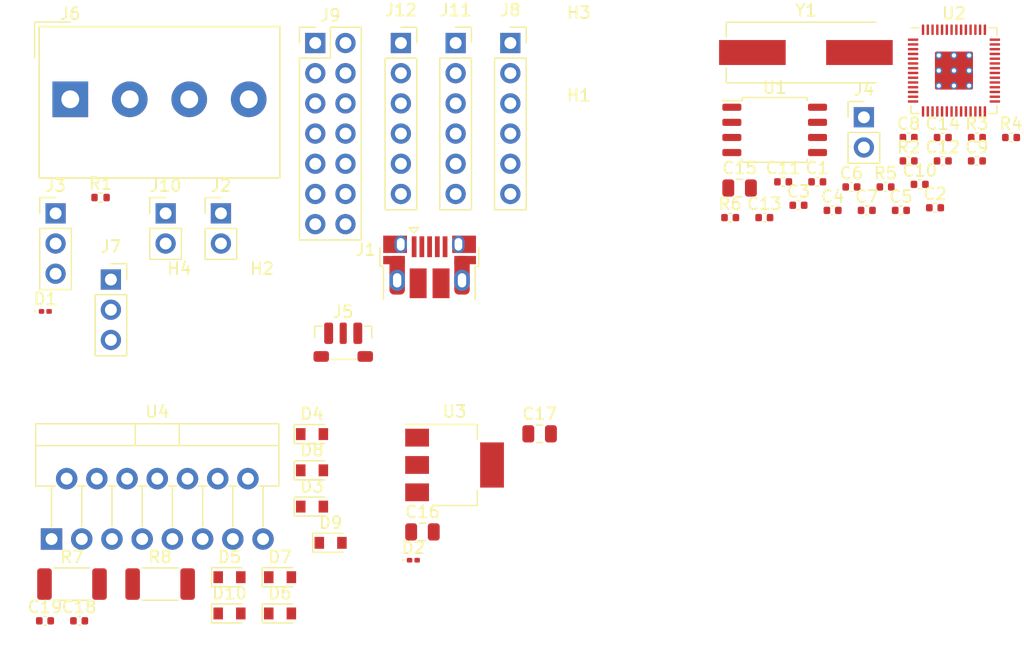
<source format=kicad_pcb>
(kicad_pcb (version 20211014) (generator pcbnew)
  (layers (0 "F.Cu" signal) (31 "B.Cu" signal) (34 "B.Paste" user) (35 "F.Paste" user) (36 "B.SilkS" user "B.Silkscreen") (37 "F.SilkS" user "F.Silkscreen") (38 "B.Mask" user) (39 "F.Mask" user) (44 "Edge.Cuts" user))
  (net 0 "")
  (net 1 "/Rp2040/XIN")
  (net 2 "GND")
  (net 3 "Net-(C2-Pad1)")
  (net 4 "/Rp2040/+3v3")
  (net 5 "+1V1")
  (net 6 "Net-(C16-Pad1)")
  (net 7 "Net-(C17-Pad1)")
  (net 8 "+5V")
  (net 9 "Net-(D1-Pad2)")
  (net 10 "/PuenteH/OUT_MOTORA")
  (net 11 "/OUT2_MOTORA")
  (net 12 "/OUT_MOTORB")
  (net 13 "/OUT2_MOTORB")
  (net 15 "/USB_D+")
  (net 16 "/USB_D-")
  (net 17 "Net-(J1-Pad1)")
  (net 18 "/RUN")
  (net 19 "/SWCLK")
  (net 20 "/SWD")
  (net 21 "/Rp2040/~{USB_BOOT}")
  (net 22 "/OUT_MOTORA")
  (net 23 "/PWM_SERVO1")
  (net 24 "/PWM_SERVO2")
  (net 25 "/TRIG1")
  (net 26 "/ECHO1")
  (net 27 "/UartTX_Cam")
  (net 28 "/TRIG2")
  (net 29 "/ECHO2")
  (net 30 "/TRIG3")
  (net 31 "/ECHO3")
  (net 32 "/Rp2040/GPIO25")
  (net 33 "/Rp2040/QSPI_SS")
  (net 34 "/Rp2040/XOUT")
  (net 35 "Net-(R5-Pad2)")
  (net 36 "Net-(R6-Pad2)")
  (net 37 "Net-(R7-Pad1)")
  (net 38 "Net-(R8-Pad1)")
  (net 39 "/Rp2040/QSPI_SD1")
  (net 40 "/Rp2040/QSPI_SD2")
  (net 41 "/Rp2040/QSPI_SD0")
  (net 42 "/Rp2040/QSPI_SCLK")
  (net 43 "/Rp2040/QSPI_SD3")
  (net 44 "/PWM_SERVO3")
  (net 45 "/PWM_MOTORA")
  (net 46 "/PWM_MOTORB")
  (net 47 "/Rp2040/GPIO11")
  (net 48 "/UartRX_Cam")
  (net 49 "/FWD_B")
  (net 50 "/REV_B")
  (net 51 "/FWD_A")
  (net 52 "/Rp2040/GPIO18")
  (net 53 "/Rp2040/GPIO19")
  (net 54 "/Rp2040/GPIO20")
  (net 55 "/Rp2040/GPIO21")
  (net 56 "/Rp2040/GPIO22")
  (net 57 "/Rp2040/GPIO23")
  (net 58 "/Rp2040/GPIO24")
  (net 59 "/Rp2040/GPIO26_ADC0")
  (net 60 "/Rp2040/GPIO27_ADC1")
  (net 61 "/Rp2040/GPIO28_ADC2")
  (net 62 "/Rp2040/GPIO29_ADC3")
  (net 63 "/PuenteH/PWM_A")
  (net 64 "/PuenteH/PWM_B")
  (footprint "Capacitor_SMD:C_0402_1005Metric" (layer "F.Cu") (at 181.96 83.68)
    (fp_text reference "C7" (at 0 -1.16) (layer "F.SilkS"))
    (fp_text value "100n")
    (pad "1" smd roundrect (at -0.48 0) (size 0.56 0.62) (layers "F.Cu" "F.Paste" "F.Mask") (net 4 "/Rp2040/+3v3"))
    (pad "2" smd roundrect (at 0.48 0) (size 0.56 0.62) (layers "F.Cu" "F.Paste" "F.Mask") (net 2 "GND"))
  )
  (footprint "Capacitor_SMD:C_0402_1005Metric" (layer "F.Cu") (at 191.22 77.55)
    (fp_text reference "R3" (at 0 -1.16) (layer "F.SilkS"))
    (fp_text value "DNF")
    (pad "1" smd roundrect (at -0.48 0) (size 0.56 0.62) (layers "F.Cu" "F.Paste" "F.Mask") (net 4 "/Rp2040/+3v3"))
    (pad "2" smd roundrect (at 0.48 0) (size 0.56 0.62) (layers "F.Cu" "F.Paste" "F.Mask") (net 33 "/Rp2040/QSPI_SS"))
  )
  (footprint "Button_Switch_SMD:SW_Push_1P1T-MP_NO_Horizontal_Alps_SKRTLAE010" (layer "F.Cu") (at 137.95 94.92)
    (fp_text reference "J5" (at 0 -2.7 180) (layer "F.SilkS"))
    (fp_text value "XLR3_Switched")
    (pad "" np_thru_hole circle (at 2.125 0) (size 0.9 0.9) (drill 0.9) (layers *.Cu *.Mask))
    (pad "" np_thru_hole circle (at -2.125 0) (size 0.9 0.9) (drill 0.9) (layers *.Cu *.Mask))
    (pad "1" smd roundrect (at 1.225 -0.9) (size 0.75 1.8) (layers "F.Cu" "F.Paste" "F.Mask"))
    (pad "1" smd roundrect (at -1.225 -0.9) (size 0.75 1.8) (layers "F.Cu" "F.Paste" "F.Mask"))
    (pad "2" smd roundrect (at 0 -0.9) (size 0.6 1.8) (layers "F.Cu" "F.Paste" "F.Mask"))
    (pad "MP" smd roundrect (at -1.85 1.05) (size 1.3 0.9) (layers "F.Cu" "F.Paste" "F.Mask"))
    (pad "MP" smd roundrect (at 1.85 1.05) (size 1.3 0.9) (layers "F.Cu" "F.Paste" "F.Mask"))
  )
  (footprint "Resistor_SMD:R_2010_5025Metric" (layer "F.Cu") (at 115.15 115.12)
    (fp_text reference "R7" (at 0 -2.28) (layer "F.SilkS"))
    (fp_text value "0.5")
    (pad "1" smd roundrect (at -2.3125 0) (size 1.225 2.65) (layers "F.Cu" "F.Paste" "F.Mask") (roundrect_rratio 0.204082) (net 37 "Net-(R7-Pad1)"))
    (pad "2" smd roundrect (at 2.3125 0) (size 1.225 2.65) (layers "F.Cu" "F.Paste" "F.Mask") (roundrect_rratio 0.204082) (net 2 "GND"))
  )
  (footprint "Capacitor_SMD:C_0402_1005Metric" (layer "F.Cu") (at 177.8 81.28)
    (fp_text reference "C1" (at 0 -1.16) (layer "F.SilkS"))
    (fp_text value "27p")
    (pad "1" smd roundrect (at -0.48 0) (size 0.56 0.62) (layers "F.Cu" "F.Paste" "F.Mask") (net 1 "/Rp2040/XIN"))
    (pad "2" smd roundrect (at 0.48 0) (size 0.56 0.62) (layers "F.Cu" "F.Paste" "F.Mask") (net 2 "GND"))
  )
  (footprint "Diode_SMD:D_SOD-110" (layer "F.Cu") (at 135.33 105.55)
    (fp_text reference "D8" (at 0 -1.7) (layer "F.SilkS"))
    (fp_text value "D_Schottky")
    (pad "1" smd rect (at -0.95 0) (size 0.8 1) (layers "F.Cu" "F.Paste" "F.Mask") (net 8 "+5V"))
    (pad "2" smd rect (at 0.95 0) (size 0.8 1) (layers "F.Cu" "F.Paste" "F.Mask") (net 12 "/OUT_MOTORB"))
  )
  (footprint "MountingHole:MountingHole_2.7mm_M2.5" (layer "F.Cu") (at 157.75 77.7)
    (fp_text reference "H1" (at 0 -3.7) (layer "F.SilkS"))
    (fp_text value "MountingHole")
    (pad "" np_thru_hole circle (at 0 0) (size 2.7 2.7) (drill 2.7) (layers *.Cu *.Mask))
  )
  (footprint "TerminalBlock_Altech:Altech_AK300_1x04_P5.00mm_45-Degree" (layer "F.Cu") (at 115.005 74.335)
    (fp_text reference "J6" (at 0 -7.2) (layer "F.SilkS"))
    (fp_text value "Screw_Terminal_01x04")
    (pad "1" thru_hole rect (at 0 0) (size 3 3) (drill 1.5) (layers *.Cu *.Mask) (net 13 "/OUT2_MOTORB"))
    (pad "2" thru_hole circle (at 5 0) (size 3 3) (drill 1.5) (layers *.Cu *.Mask) (net 12 "/OUT_MOTORB"))
    (pad "3" thru_hole circle (at 10 0) (size 3 3) (drill 1.5) (layers *.Cu *.Mask) (net 11 "/OUT2_MOTORA"))
    (pad "4" thru_hole circle (at 15 0) (size 3 3) (drill 1.5) (layers *.Cu *.Mask) (net 22 "/OUT_MOTORA"))
  )
  (footprint "Diode_SMD:D_SOD-110" (layer "F.Cu") (at 135.33 102.5)
    (fp_text reference "D4" (at 0 -1.7) (layer "F.SilkS"))
    (fp_text value "D_Schottky")
    (pad "1" smd rect (at -0.95 0) (size 0.8 1) (layers "F.Cu" "F.Paste" "F.Mask") (net 10 "/PuenteH/OUT_MOTORA"))
    (pad "2" smd rect (at 0.95 0) (size 0.8 1) (layers "F.Cu" "F.Paste" "F.Mask") (net 2 "GND"))
  )
  (footprint "Capacitor_SMD:C_0805_2012Metric" (layer "F.Cu") (at 154.46 102.48)
    (fp_text reference "C17" (at 0 -1.68) (layer "F.SilkS"))
    (fp_text value "10u")
    (pad "1" smd roundrect (at -0.95 0) (size 1 1.45) (layers "F.Cu" "F.Paste" "F.Mask") (net 7 "Net-(C17-Pad1)"))
    (pad "2" smd roundrect (at 0.95 0) (size 1 1.45) (layers "F.Cu" "F.Paste" "F.Mask") (net 2 "GND"))
  )
  (footprint "Connector_PinHeader_2.54mm:PinHeader_2x07_P2.54mm_Vertical" (layer "F.Cu") (at 135.6 69.6)
    (fp_text reference "J9" (at 1.27 -2.33) (layer "F.SilkS"))
    (fp_text value "Conn_02x07_Odd_Even")
    (pad "1" thru_hole rect (at 0 0) (size 1.7 1.7) (drill 1) (layers *.Cu *.Mask) (net 8 "+5V"))
    (pad "2" thru_hole oval (at 2.54 0) (size 1.7 1.7) (drill 1) (layers *.Cu *.Mask) (net 2 "GND"))
    (pad "3" thru_hole oval (at 0 2.54) (size 1.7 1.7) (drill 1) (layers *.Cu *.Mask) (net 8 "+5V"))
    (pad "4" thru_hole oval (at 2.54 2.54) (size 1.7 1.7) (drill 1) (layers *.Cu *.Mask) (net 2 "GND"))
    (pad "5" thru_hole oval (at 0 5.08) (size 1.7 1.7) (drill 1) (layers *.Cu *.Mask) (net 8 "+5V"))
    (pad "6" thru_hole oval (at 2.54 5.08) (size 1.7 1.7) (drill 1) (layers *.Cu *.Mask) (net 2 "GND"))
    (pad "7" thru_hole oval (at 0 7.62) (size 1.7 1.7) (drill 1) (layers *.Cu *.Mask) (net 8 "+5V"))
    (pad "8" thru_hole oval (at 2.54 7.62) (size 1.7 1.7) (drill 1) (layers *.Cu *.Mask) (net 2 "GND"))
    (pad "9" thru_hole oval (at 0 10.16) (size 1.7 1.7) (drill 1) (layers *.Cu *.Mask) (net 8 "+5V"))
    (pad "10" thru_hole oval (at 2.54 10.16) (size 1.7 1.7) (drill 1) (layers *.Cu *.Mask) (net 2 "GND"))
    (pad "11" thru_hole oval (at 0 12.7) (size 1.7 1.7) (drill 1) (layers *.Cu *.Mask) (net 8 "+5V"))
    (pad "12" thru_hole oval (at 2.54 12.7) (size 1.7 1.7) (drill 1) (layers *.Cu *.Mask) (net 2 "GND"))
    (pad "13" thru_hole oval (at 0 15.24) (size 1.7 1.7) (drill 1) (layers *.Cu *.Mask) (net 8 "+5V"))
    (pad "14" thru_hole oval (at 2.54 15.24) (size 1.7 1.7) (drill 1) (layers *.Cu *.Mask) (net 2 "GND"))
  )
  (footprint "Connector_PinSocket_2.54mm:PinSocket_1x06_P2.54mm_Vertical" (layer "F.Cu") (at 152 69.6)
    (fp_text reference "J8" (at 0 -2.77) (layer "F.SilkS"))
    (fp_text value "Conn_01x06")
    (pad "1" thru_hole rect (at 0 0) (size 1.7 1.7) (drill 1) (layers *.Cu *.Mask) (net 8 "+5V"))
    (pad "2" thru_hole oval (at 0 2.54) (size 1.7 1.7) (drill 1) (layers *.Cu *.Mask) (net 25 "/TRIG1"))
    (pad "3" thru_hole oval (at 0 5.08) (size 1.7 1.7) (drill 1) (layers *.Cu *.Mask) (net 26 "/ECHO1"))
    (pad "4" thru_hole oval (at 0 7.62) (size 1.7 1.7) (drill 1) (layers *.Cu *.Mask) (net 2 "GND"))
    (pad "5" thru_hole oval (at 0 10.16) (size 1.7 1.7) (drill 1) (layers *.Cu *.Mask))
    (pad "6" thru_hole oval (at 0 12.7) (size 1.7 1.7) (drill 1) (layers *.Cu *.Mask))
  )
  (footprint "Diode_SMD:D_SOD-110" (layer "F.Cu") (at 128.39 114.54)
    (fp_text reference "D5" (at 0 -1.7) (layer "F.SilkS"))
    (fp_text value "D_Schottky")
    (pad "1" smd rect (at -0.95 0) (size 0.8 1) (layers "F.Cu" "F.Paste" "F.Mask") (net 8 "+5V"))
    (pad "2" smd rect (at 0.95 0) (size 0.8 1) (layers "F.Cu" "F.Paste" "F.Mask") (net 11 "/OUT2_MOTORA"))
  )
  (footprint "Capacitor_SMD:C_0805_2012Metric" (layer "F.Cu") (at 144.61 110.73)
    (fp_text reference "C16" (at 0 -1.68) (layer "F.SilkS"))
    (fp_text value "10u")
    (pad "1" smd roundrect (at -0.95 0) (size 1 1.45) (layers "F.Cu" "F.Paste" "F.Mask") (net 6 "Net-(C16-Pad1)"))
    (pad "2" smd roundrect (at 0.95 0) (size 1 1.45) (layers "F.Cu" "F.Paste" "F.Mask") (net 2 "GND"))
  )
  (footprint "Capacitor_SMD:C_0402_1005Metric" (layer "F.Cu") (at 115.75 118.21)
    (fp_text reference "C18" (at 0 -1.16) (layer "F.SilkS"))
    (fp_text value "100n")
    (pad "1" smd roundrect (at -0.48 0) (size 0.56 0.62) (layers "F.Cu" "F.Paste" "F.Mask") (net 2 "GND"))
    (pad "2" smd roundrect (at 0.48 0) (size 0.56 0.62) (layers "F.Cu" "F.Paste" "F.Mask") (net 8 "+5V"))
  )
  (footprint "Diode_SMD:D_0201_0603Metric" (layer "F.Cu") (at 143.845 113.11)
    (fp_text reference "D2" (at 0 -1.05) (layer "F.SilkS"))
    (fp_text value "D")
    (pad "1" smd roundrect (at -0.32 0) (size 0.46 0.4) (layers "F.Cu" "F.Mask") (net 6 "Net-(C16-Pad1)"))
    (pad "2" smd roundrect (at 0.32 0) (size 0.46 0.4) (layers "F.Cu" "F.Mask") (net 8 "+5V"))
  )
  (footprint "Capacitor_SMD:C_0402_1005Metric" (layer "F.Cu") (at 185.48 77.55)
    (fp_text reference "C8" (at 0 -1.16) (layer "F.SilkS"))
    (fp_text value "1u")
    (pad "1" smd roundrect (at -0.48 0) (size 0.56 0.62) (layers "F.Cu" "F.Paste" "F.Mask") (net 4 "/Rp2040/+3v3"))
    (pad "2" smd roundrect (at 0.48 0) (size 0.56 0.62) (layers "F.Cu" "F.Paste" "F.Mask") (net 2 "GND"))
  )
  (footprint "Capacitor_SMD:C_0402_1005Metric" (layer "F.Cu") (at 194.09 77.55)
    (fp_text reference "R4" (at 0 -1.16) (layer "F.SilkS"))
    (fp_text value "1k")
    (pad "1" smd roundrect (at -0.48 0) (size 0.56 0.62) (layers "F.Cu" "F.Paste" "F.Mask") (net 34 "/Rp2040/XOUT"))
    (pad "2" smd roundrect (at 0.48 0) (size 0.56 0.62) (layers "F.Cu" "F.Paste" "F.Mask") (net 3 "Net-(C2-Pad1)"))
  )
  (footprint "Connector_PinSocket_2.54mm:PinSocket_1x03_P2.54mm_Vertical" (layer "F.Cu") (at 118.42 89.5)
    (fp_text reference "J7" (at 0 -2.77) (layer "F.SilkS"))
    (fp_text value "Conn_01x03")
    (pad "1" thru_hole rect (at 0 0) (size 1.7 1.7) (drill 1) (layers *.Cu *.Mask) (net 8 "+5V"))
    (pad "2" thru_hole oval (at 0 2.54) (size 1.7 1.7) (drill 1) (layers *.Cu *.Mask) (net 23 "/PWM_SERVO1"))
    (pad "3" thru_hole oval (at 0 5.08) (size 1.7 1.7) (drill 1) (layers *.Cu *.Mask) (net 24 "/PWM_SERVO2"))
  )
  (footprint "MountingHole:MountingHole_2.7mm_M2.5" (layer "F.Cu") (at 131.12 92.28)
    (fp_text reference "H2" (at 0 -3.7) (layer "F.SilkS"))
    (fp_text value "MountingHole")
    (pad "" np_thru_hole circle (at 0 0) (size 2.7 2.7) (drill 2.7) (layers *.Cu *.Mask))
  )
  (footprint "Diode_SMD:D_SOD-110" (layer "F.Cu") (at 136.89 111.65)
    (fp_text reference "D9" (at 0 -1.7) (layer "F.SilkS"))
    (fp_text value "D_Schottky")
    (pad "1" smd rect (at -0.95 0) (size 0.8 1) (layers "F.Cu" "F.Paste" "F.Mask") (net 8 "+5V"))
    (pad "2" smd rect (at 0.95 0) (size 0.8 1) (layers "F.Cu" "F.Paste" "F.Mask") (net 13 "/OUT2_MOTORB"))
  )
  (footprint "Resistor_SMD:R_0402_1005Metric" (layer "F.Cu") (at 117.55 82.6)
    (fp_text reference "R1" (at 0 -1.17) (layer "F.SilkS"))
    (fp_text value "R")
    (pad "1" smd roundrect (at -0.51 0) (size 0.54 0.64) (layers "F.Cu" "F.Paste" "F.Mask") (net 32 "/Rp2040/GPIO25"))
    (pad "2" smd roundrect (at 0.51 0) (size 0.54 0.64) (layers "F.Cu" "F.Paste" "F.Mask") (net 9 "Net-(D1-Pad2)"))
  )
  (footprint "Connector_PinHeader_2.54mm:PinHeader_1x03_P2.54mm_Vertical" (layer "F.Cu") (at 113.77 83.93)
    (fp_text reference "J3" (at 0 -2.33) (layer "F.SilkS"))
    (fp_text value "Conn_01x03")
    (pad "1" thru_hole rect (at 0 0) (size 1.7 1.7) (drill 1) (layers *.Cu *.Mask) (net 19 "/SWCLK"))
    (pad "2" thru_hole oval (at 0 2.54) (size 1.7 1.7) (drill 1) (layers *.Cu *.Mask) (net 2 "GND"))
    (pad "3" thru_hole oval (at 0 5.08) (size 1.7 1.7) (drill 1) (layers *.Cu *.Mask) (net 20 "/SWD"))
  )
  (footprint "Resistor_SMD:R_2010_5025Metric" (layer "F.Cu") (at 122.56 115.12)
    (fp_text reference "R8" (at 0 -2.28) (layer "F.SilkS"))
    (fp_text value "0.5")
    (pad "1" smd roundrect (at -2.3125 0) (size 1.225 2.65) (layers "F.Cu" "F.Paste" "F.Mask") (roundrect_rratio 0.204082) (net 38 "Net-(R8-Pad1)"))
    (pad "2" smd roundrect (at 2.3125 0) (size 1.225 2.65) (layers "F.Cu" "F.Paste" "F.Mask") (roundrect_rratio 0.204082) (net 2 "GND"))
  )
  (footprint "Capacitor_SMD:C_0402_1005Metric" (layer "F.Cu") (at 174.93 81.28)
    (fp_text reference "C11" (at 0 -1.16) (layer "F.SilkS"))
    (fp_text value "100n")
    (pad "1" smd roundrect (at -0.48 0) (size 0.56 0.62) (layers "F.Cu" "F.Paste" "F.Mask") (net 4 "/Rp2040/+3v3"))
    (pad "2" smd roundrect (at 0.48 0) (size 0.56 0.62) (layers "F.Cu" "F.Paste" "F.Mask") (net 2 "GND"))
  )
  (footprint "Capacitor_SMD:C_0402_1005Metric" (layer "F.Cu") (at 183.54 81.71)
    (fp_text reference "R5" (at 0 -1.16) (layer "F.SilkS"))
    (fp_text value "27")
    (pad "1" smd roundrect (at -0.48 0) (size 0.56 0.62) (layers "F.Cu" "F.Paste" "F.Mask") (net 15 "/USB_D+"))
    (pad "2" smd roundrect (at 0.48 0) (size 0.56 0.62) (layers "F.Cu" "F.Paste" "F.Mask") (net 35 "Net-(R5-Pad2)"))
  )
  (footprint "RP2040_minimal:RP2040-QFN-56" (layer "F.Cu") (at 189.29 71.92)
    (fp_text reference "U2" (at 0 -4.82) (layer "F.SilkS"))
    (fp_text value "RP2040")
    (pad "1" smd roundrect locked (at -3.4375 -2.6) (size 0.875 0.2) (layers "F.Cu" "F.Paste" "F.Mask") (net 4 "/Rp2040/+3v3"))
    (pad "2" smd roundrect locked (at -3.4375 -2.2) (size 0.875 0.2) (layers "F.Cu" "F.Paste" "F.Mask") (net 23 "/PWM_SERVO1"))
    (pad "3" smd roundrect locked (at -3.4375 -1.8) (size 0.875 0.2) (layers "F.Cu" "F.Paste" "F.Mask") (net 24 "/PWM_SERVO2"))
    (pad "4" smd roundrect locked (at -3.4375 -1.4) (size 0.875 0.2) (layers "F.Cu" "F.Paste" "F.Mask") (net 44 "/PWM_SERVO3"))
    (pad "5" smd roundrect locked (at -3.4375 -1) (size 0.875 0.2) (layers "F.Cu" "F.Paste" "F.Mask") (net 45 "/PWM_MOTORA"))
    (pad "6" smd roundrect locked (at -3.4375 -0.6) (size 0.875 0.2) (layers "F.Cu" "F.Paste" "F.Mask") (net 46 "/PWM_MOTORB"))
    (pad "7" smd roundrect locked (at -3.4375 -0.2) (size 0.875 0.2) (layers "F.Cu" "F.Paste" "F.Mask") (net 26 "/ECHO1"))
    (pad "8" smd roundrect locked (at -3.4375 0.2) (size 0.875 0.2) (layers "F.Cu" "F.Paste" "F.Mask") (net 25 "/TRIG1"))
    (pad "9" smd roundrect locked (at -3.4375 0.6) (size 0.875 0.2) (layers "F.Cu" "F.Paste" "F.Mask") (net 29 "/ECHO2"))
    (pad "10" smd roundrect locked (at -3.4375 1) (size 0.875 0.2) (layers "F.Cu" "F.Paste" "F.Mask") (net 4 "/Rp2040/+3v3"))
    (pad "11" smd roundrect locked (at -3.4375 1.4) (size 0.875 0.2) (layers "F.Cu" "F.Paste" "F.Mask") (net 28 "/TRIG2"))
    (pad "12" smd roundrect locked (at -3.4375 1.8) (size 0.875 0.2) (layers "F.Cu" "F.Paste" "F.Mask") (net 31 "/ECHO3"))
    (pad "13" smd roundrect locked (at -3.4375 2.2) (size 0.875 0.2) (layers "F.Cu" "F.Paste" "F.Mask") (net 30 "/TRIG3"))
    (pad "14" smd roundrect locked (at -3.4375 2.6) (size 0.875 0.2) (layers "F.Cu" "F.Paste" "F.Mask") (net 47 "/Rp2040/GPIO11"))
    (pad "15" smd roundrect locked (at -2.6 3.4375) (size 0.2 0.875) (layers "F.Cu" "F.Paste" "F.Mask") (net 27 "/UartTX_Cam"))
    (pad "16" smd roundrect locked (at -2.2 3.4375) (size 0.2 0.875) (layers "F.Cu" "F.Paste" "F.Mask") (net 48 "/UartRX_Cam"))
    (pad "17" smd roundrect locked (at -1.8 3.4375) (size 0.2 0.875) (layers "F.Cu" "F.Paste" "F.Mask") (net 49 "/FWD_B"))
    (pad "18" smd roundrect locked (at -1.4 3.4375) (size 0.2 0.875) (layers "F.Cu" "F.Paste" "F.Mask") (net 50 "/REV_B"))
    (pad "19" smd roundrect locked (at -1 3.4375) (size 0.2 0.875) (layers "F.Cu" "F.Paste" "F.Mask") (net 2 "GND"))
    (pad "20" smd roundrect locked (at -0.6 3.4375) (size 0.2 0.875) (layers "F.Cu" "F.Paste" "F.Mask") (net 1 "/Rp2040/XIN"))
    (pad "21" smd roundrect locked (at -0.2 3.4375) (size 0.2 0.875) (layers "F.Cu" "F.Paste" "F.Mask") (net 34 "/Rp2040/XOUT"))
    (pad "22" smd roundrect locked (at 0.2 3.4375) (size 0.2 0.875) (layers "F.Cu" "F.Paste" "F.Mask") (net 4 "/Rp2040/+3v3"))
    (pad "23" smd roundrect locked (at 0.6 3.4375) (size 0.2 0.875) (layers "F.Cu" "F.Paste" "F.Mask") (net 5 "+1V1"))
    (pad "24" smd roundrect locked (at 1 3.4375) (size 0.2 0.875) (layers "F.Cu" "F.Paste" "F.Mask") (net 19 "/SWCLK"))
    (pad "25" smd roundrect locked (at 1.4 3.4375) (size 0.2 0.875) (layers "F.Cu" "F.Paste" "F.Mask") (net 20 "/SWD"))
    (pad "26" smd roundrect locked (at 1.8 3.4375) (size 0.2 0.875) (layers "F.Cu" "F.Paste" "F.Mask") (net 18 "/RUN"))
    (pad "27" smd roundrect locked (at 2.2 3.4375) (size 0.2 0.875) (layers "F.Cu" "F.Paste" "F.Mask") (net 49 "/FWD_B"))
    (pad "28" smd roundrect locked (at 2.6 3.4375) (size 0.2 0.875) (layers "F.Cu" "F.Paste" "F.Mask") (net 51 "/FWD_A"))
    (pad "29" smd roundrect locked (at 3.4375 2.6) (size 0.875 0.2) (layers "F.Cu" "F.Paste" "F.Mask") (net 52 "/Rp2040/GPIO18"))
    (pad "30" smd roundrect locked (at 3.4375 2.2) (size 0.875 0.2) (layers "F.Cu" "F.Paste" "F.Mask") (net 53 "/Rp2040/GPIO19"))
    (pad "31" smd roundrect locked (at 3.4375 1.8) (size 0.875 0.2) (layers "F.Cu" "F.Paste" "F.Mask") (net 54 "/Rp2040/GPIO20"))
    (pad "32" smd roundrect locked (at 3.4375 1.4) (size 0.875 0.2) (layers "F.Cu" "F.Paste" "F.Mask") (net 55 "/Rp2040/GPIO21"))
    (pad "33" smd roundrect locked (at 3.4375 1) (size 0.875 0.2) (layers "F.Cu" "F.Paste" "F.Mask") (net 4 "/Rp2040/+3v3"))
    (pad "34" smd roundrect locked (at 3.4375 0.6) (size 0.875 0.2) (layers "F.Cu" "F.Paste" "F.Mask") (net 56 "/Rp2040/GPIO22"))
    (pad "35" smd roundrect locked (at 3.4375 0.2) (size 0.875 0.2) (layers "F.Cu" "F.Paste" "F.Mask") (net 57 "/Rp2040/GPIO23"))
    (pad "36" smd roundrect locked (at 3.4375 -0.2) (size 0.875 0.2) (layers "F.Cu" "F.Paste" "F.Mask") (net 58 "/Rp2040/GPIO24"))
    (pad "37" smd roundrect locked (at 3.4375 -0.6) (size 0.875 0.2) (layers "F.Cu" "F.Paste" "F.Mask") (net 32 "/Rp2040/GPIO25"))
    (pad "38" smd roundrect locked (at 3.4375 -1) (size 0.875 0.2) (layers "F.Cu" "F.Paste" "F.Mask") (net 59 "/Rp2040/GPIO26_ADC0"))
    (pad "39" smd roundrect locked (at 3.4375 -1.4) (size 0.875 0.2) (layers "F.Cu" "F.Paste" "F.Mask") (net 60 "/Rp2040/GPIO27_ADC1"))
    (pad "40" smd roundrect locked (at 3.4375 -1.8) (size 0.875 0.2) (layers "F.Cu" "F.Paste" "F.Mask") (net 61 "/Rp2040/GPIO28_ADC2"))
    (pad "41" smd roundrect locked (at 3.4375 -2.2) (size 0.875 0.2) (layers "F.Cu" "F.Paste" "F.Mask") (net 62 "/Rp2040/GPIO29_ADC3"))
    (pad "42" smd roundrect locked (at 3.4375 -2.6) (size 0.875 0.2) (layers "F.Cu" "F.Paste" "F.Mask") (net 4 "/Rp2040/+3v3"))
    (pad "43" smd roundrect locked (at 2.6 -3.4375) (size 0.2 0.875) (layers "F.Cu" "F.Paste" "F.Mask") (net 4 "/Rp2040/+3v3"))
    (pad "44" smd roundrect locked (at 2.2 -3.4375) (size 0.2 0.875) (layers "F.Cu" "F.Paste" "F.Mask") (net 4 "/Rp2040/+3v3"))
    (pad "45" smd roundrect locked (at 1.8 -3.4375) (size 0.2 0.875) (layers "F.Cu" "F.Paste" "F.Mask") (net 5 "+1V1"))
    (pad "46" smd roundrect locked (at 1.4 -3.4375) (size 0.2 0.875) (layers "F.Cu" "F.Paste" "F.Mask") (net 36 "Net-(R6-Pad2)"))
    (pad "47" smd roundrect locked (at 1 -3.4375) (size 0.2 0.875) (layers "F.Cu" "F.Paste" "F.Mask") (net 35 "Net-(R5-Pad2)"))
    (pad "48" smd roundrect locked (at 0.6 -3.4375) (size 0.2 0.875) (layers "F.Cu" "F.Paste" "F.Mask") (net 4 "/Rp2040/+3v3"))
    (pad "49" smd roundrect locked (at 0.2 -3.4375) (size 0.2 0.875) (layers "F.Cu" "F.Paste" "F.Mask") (net 4 "/Rp2040/+3v3"))
    (pad "50" smd roundrect locked (at -0.2 -3.4375) (size 0.2 0.875) (layers "F.Cu" "F.Paste" "F.Mask") (net 5 "+1V1"))
    (pad "51" smd roundrect locked (at -0.6 -3.4375) (size 0.2 0.875) (layers "F.Cu" "F.Paste" "F.Mask") (net 43 "/Rp2040/QSPI_SD3"))
    (pad "52" smd roundrect locked (at -1 -3.4375) (size 0.2 0.875) (layers "F.Cu" "F.Paste" "F.Mask") (net 42 "/Rp2040/QSPI_SCLK"))
    (pad "53" smd roundrect locked (at -1.4 -3.4375) (size 0.2 0.875) (layers "F.Cu" "F.Paste" "F.Mask") (net 41 "/Rp2040/QSPI_SD0"))
    (pad "54" smd roundrect locked (at -1.8 -3.4375) (size 0.2 0.875) (layers "F.Cu" "F.Paste" "F.Mask") (net 40 "/Rp2040/QSPI_SD2"))
    (pad "55" smd roundrect locked (at -2.2 -3.4375) (size 0.2 0.875) (layers "F.Cu" "F.Paste" "F.Mask") (net 39 "/Rp2040/QSPI_SD1"))
    (pad "56" smd roundrect locked (at -2.6 -3.4375) (size 0.2 0.875) (layers "F.Cu" "F.Paste" "F.Mask") (net 33 "/Rp2040/QSPI_SS"))
    (pad "57" thru_hole circle locked (at 1.275 -1.275) (size 0.6 0.6) (drill 0.35) (layers *.Cu) (net 2 "GND"))
    (pad "57" thru_hole circle locked (at -1.275 0) (size 0.6 0.6) (drill 0.35) (layers *.Cu) (net 2 "GND"))
    (pad "57" thru_hole circle locked (at 0 0) (size 0.6 0.6) (drill 0.35) (layers *.Cu) (net 2 "GND"))
    (pad "57" smd roundrect locked (at 0 0) (size 3.2 3.2) (layers "F.Cu" "F.Mask") (roundrect_rratio 0.045) (net 2 "GND"))
    (pad "57" thru_hole circle locked (at 0 -1.275) (size 0.6 0.6) (drill 0.35) (layers *.Cu) (net 2 "GND"))
    (pad "57" thru_hole circle locked (at -1.275 1.275) (size 0.6 0.6) (drill 0.35) (layers *.Cu) (net 2 "GND"))
    (pad "57" thru_hole circle locked (at 1.275 0) (size 0.6 0.6) (drill 0.35) (layers *.Cu) (net 2 "GND"))
    (pad "57" thru_hole circle locked (at 1.275 1.275) (size 0.6 0.6) (drill 0.35) (layers *.Cu) (net 2 "GND"))
    (pad "57" thru_hole circle locked (at 0 1.275) (size 0.6 0.6) (drill 0.35) (layers *.Cu) (net 2 "GND"))
    (pad "57" thru_hole circle locked (at -1.275 -1.275) (size 0.6 0.6) (drill 0.35) (layers *.Cu) (net 2 "GND"))
  )
  (footprint "RP2040_minimal:USB_Micro-B_Amphenol_10103594-0001LF_Horizontal_modified" (layer "F.Cu") (at 145.21 89.565)
    (fp_text reference "J1" (at -5.365 -2.58 -180) (layer "F.SilkS"))
    (fp_text value "USB_B_Micro")
    (pad "1" smd rect locked (at -1.3 -2.825 90) (size 1.75 0.4) (layers "F.Cu" "F.Paste" "F.Mask") (net 17 "Net-(J1-Pad1)"))
    (pad "2" smd rect locked (at -0.65 -2.825 90) (size 1.75 0.4) (layers "F.Cu" "F.Paste" "F.Mask") (net 16 "/USB_D-"))
    (pad "3" smd rect locked (at 0 -2.825 90) (size 1.75 0.4) (layers "F.Cu" "F.Paste" "F.Mask") (net 15 "/USB_D+"))
    (pad "4" smd rect locked (at 0.65 -2.825 90) (size 1.75 0.4) (layers "F.Cu" "F.Paste" "F.Mask"))
    (pad "5" smd rect locked (at 1.3 -2.825 90) (size 1.75 0.4) (layers "F.Cu" "F.Paste" "F.Mask") (net 2 "GND"))
    (pad "6" smd rect locked (at 0.9625 0.25 90) (size 2.5 1.425) (layers "F.Cu" "F.Paste" "F.Mask") (net 2 "GND"))
    (pad "6" smd roundrect locked (at 2.725 -0.425) (size 1.3 3.25) (layers "F.Cu" "F.Paste" "F.Mask") (roundrect_rratio 0.296) (net 2 "GND"))
    (pad "6" thru_hole oval locked (at -2.725 0 90) (size 1.8 1.3) (drill oval 1.2 0.7) (layers *.Cu *.Mask) (net 2 "GND"))
    (pad "6" smd roundrect locked (at -2.725 -0.425) (size 1.3 3.25) (layers "F.Cu" "F.Paste" "F.Mask") (roundrect_rratio 0.296) (net 2 "GND"))
    (pad "6" smd rect locked (at 2.9 -3.03) (size 2 1.46) (layers "F.Cu" "F.Paste" "F.Mask") (net 2 "GND"))
    (pad "6" smd rect locked (at -0.9625 0.25 90) (size 2.5 1.425) (layers "F.Cu" "F.Paste" "F.Mask") (net 2 "GND"))
    (pad "6" smd rect locked (at -2.9 -3.03) (size 2 1.46) (layers "F.Cu" "F.Paste" "F.Mask") (net 2 "GND"))
    (pad "6" smd rect locked (at 2.9875 -1.7) (size 1.825 0.7) (layers "F.Cu" "F.Paste" "F.Mask") (net 2 "GND"))
    (pad "6" thru_hole oval locked (at 2.425 -3.03 90) (size 1.45 1.05) (drill oval 1.05 0.65) (layers *.Cu *.Mask) (net 2 "GND"))
    (pad "6" thru_hole oval locked (at -2.425 -3.03 90) (size 1.45 1.05) (drill oval 1.05 0.65) (layers *.Cu *.Mask) (net 2 "GND"))
    (pad "6" smd rect locked (at -2.9875 -1.7) (size 1.825 0.7) (layers "F.Cu" "F.Paste" "F.Mask") (net 2 "GND"))
    (pad "6" thru_hole oval locked (at 2.725 0 90) (size 1.8 1.3) (drill oval 1.2 0.7) (layers *.Cu *.Mask) (net 2 "GND"))
  )
  (footprint "MountingHole:MountingHole_2.7mm_M2.5" (layer "F.Cu") (at 124.17 92.28)
    (fp_text reference "H4" (at 0 -3.7) (layer "F.SilkS"))
    (fp_text value "MountingHole")
    (pad "" np_thru_hole circle (at 0 0) (size 2.7 2.7) (drill 2.7) (layers *.Cu *.Mask))
  )
  (footprint "Diode_SMD:D_SOD-110" (layer "F.Cu") (at 128.39 117.59)
    (fp_text reference "D10" (at 0 -1.7) (layer "F.SilkS"))
    (fp_text value "D_Schottky")
    (pad "1" smd rect (at -0.95 0) (size 0.8 1) (layers "F.Cu" "F.Paste" "F.Mask") (net 13 "/OUT2_MOTORB"))
    (pad "2" smd rect (at 0.95 0) (size 0.8 1) (layers "F.Cu" "F.Paste" "F.Mask") (net 2 "GND"))
  )
  (footprint "Connector_PinHeader_2.54mm:PinHeader_1x02_P2.54mm_Vertical" (layer "F.Cu") (at 127.67 83.93)
    (fp_text reference "J2" (at 0 -2.33) (layer "F.SilkS"))
    (fp_text value "Conn_01x02")
    (pad "1" thru_hole rect (at 0 0) (size 1.7 1.7) (drill 1) (layers *.Cu *.Mask) (net 18 "/RUN"))
    (pad "2" thru_hole oval (at 0 2.54) (size 1.7 1.7) (drill 1) (layers *.Cu *.Mask) (net 2 "GND"))
  )
  (footprint "Capacitor_SMD:C_0805_2012Metric" (layer "F.Cu") (at 171.27 81.8)
    (fp_text reference "C15" (at 0 -1.68) (layer "F.SilkS"))
    (fp_text value "10u")
    (pad "1" smd roundrect (at -0.95 0) (size 1 1.45) (layers "F.Cu" "F.Paste" "F.Mask") (net 4 "/Rp2040/+3v3"))
    (pad "2" smd roundrect (at 0.95 0) (size 1 1.45) (layers "F.Cu" "F.Paste" "F.Mask") (net 2 "GND"))
  )
  (footprint "Diode_SMD:D_SOD-110" (layer "F.Cu") (at 135.33 108.6)
    (fp_text reference "D3" (at 0 -1.7) (layer "F.SilkS"))
    (fp_text value "D_Schottky")
    (pad "1" smd rect (at -0.95 0) (size 0.8 1) (layers "F.Cu" "F.Paste" "F.Mask") (net 8 "+5V"))
    (pad "2" smd rect (at 0.95 0) (size 0.8 1) (layers "F.Cu" "F.Paste" "F.Mask") (net 10 "/PuenteH/OUT_MOTORA"))
  )
  (footprint "RP2040_minimal:Crystal_SMD_HC49-US" (layer "F.Cu") (at 176.845 70.4)
    (fp_text reference "Y1" (at 0 -3.55) (layer "F.SilkS"))
    (fp_text value "ABLS-12.000MHZ-B4-T")
    (pad "1" smd rect locked (at -4.5 0) (size 5.6 2.1) (layers "F.Cu" "F.Paste" "F.Mask") (net 1 "/Rp2040/XIN"))
    (pad "2" smd rect locked (at 4.5 0) (size 5.6 2.1) (layers "F.Cu" "F.Paste" "F.Mask") (net 3 "Net-(C2-Pad1)"))
  )
  (footprint "Diode_SMD:D_SOD-110" (layer "F.Cu") (at 132.64 117.59)
    (fp_text reference "D6" (at 0 -1.7) (layer "F.SilkS"))
    (fp_text value "D_Schottky")
    (pad "1" smd rect (at -0.95 0) (size 0.8 1) (layers "F.Cu" "F.Paste" "F.Mask") (net 11 "/OUT2_MOTORA"))
    (pad "2" smd rect (at 0.95 0) (size 0.8 1) (layers "F.Cu" "F.Paste" "F.Mask") (net 2 "GND"))
  )
  (footprint "Capacitor_SMD:C_0402_1005Metric" (layer "F.Cu") (at 185.48 79.52)
    (fp_text reference "R2" (at 0 -1.16) (layer "F.SilkS"))
    (fp_text value "1k")
    (pad "1" smd roundrect (at -0.48 0) (size 0.56 0.62) (layers "F.Cu" "F.Paste" "F.Mask") (net 33 "/Rp2040/QSPI_SS"))
    (pad "2" smd roundrect (at 0.48 0) (size 0.56 0.62) (layers "F.Cu" "F.Paste" "F.Mask") (net 21 "/Rp2040/~{USB_BOOT}"))
  )
  (footprint "Capacitor_SMD:C_0402_1005Metric" (layer "F.Cu") (at 186.41 81.49)
    (fp_text reference "C10" (at 0 -1.16) (layer "F.SilkS"))
    (fp_text value "100n")
    (pad "1" smd roundrect (at -0.48 0) (size 0.56 0.62) (layers "F.Cu" "F.Paste" "F.Mask") (net 4 "/Rp2040/+3v3"))
    (pad "2" smd roundrect (at 0.48 0) (size 0.56 0.62) (layers "F.Cu" "F.Paste" "F.Mask") (net 2 "GND"))
  )
  (footprint "Package_SO:SOIC-8_5.23x5.23mm_P1.27mm" (layer "F.Cu") (at 174.22 76.91)
    (fp_text reference "U1" (at 0 -3.56) (layer "F.SilkS"))
    (fp_text value "W25Q128JVS")
    (pad "1" smd roundrect (at -3.6 -1.905) (size 1.6 0.6) (layers "F.Cu" "F.Paste" "F.Mask") (net 33 "/Rp2040/QSPI_SS"))
    (pad "2" smd roundrect (at -3.6 -0.635) (size 1.6 0.6) (layers "F.Cu" "F.Paste" "F.Mask") (net 39 "/Rp2040/QSPI_SD1"))
    (pad "3" smd roundrect (at -3.6 0.635) (size 1.6 0.6) (layers "F.Cu" "F.Paste" "F.Mask") (net 40 "/Rp2040/QSPI_SD2"))
    (pad "4" smd roundrect (at -3.6 1.905) (size 1.6 0.6) (layers "F.Cu" "F.Paste" "F.Mask") (net 2 "GND"))
    (pad "5" smd roundrect (at 3.6 1.905) (size 1.6 0.6) (layers "F.Cu" "F.Paste" "F.Mask") (net 41 "/Rp2040/QSPI_SD0"))
    (pad "6" smd roundrect (at 3.6 0.635) (size 1.6 0.6) (layers "F.Cu" "F.Paste" "F.Mask") (net 42 "/Rp2040/QSPI_SCLK"))
    (pad "7" smd roundrect (at 3.6 -0.635) (size 1.6 0.6) (layers "F.Cu" "F.Paste" "F.Mask") (net 43 "/Rp2040/QSPI_SD3"))
    (pad "8" smd roundrect (at 3.6 -1.905) (size 1.6 0.6) (layers "F.Cu" "F.Paste" "F.Mask") (net 4 "/Rp2040/+3v3"))
  )
  (footprint "Capacitor_SMD:C_0402_1005Metric" (layer "F.Cu") (at 191.22 79.52)
    (fp_text reference "C9" (at 0 -1.16) (layer "F.SilkS"))
    (fp_text value "100n")
    (pad "1" smd roundrect (at -0.48 0) (size 0.56 0.62) (layers "F.Cu" "F.Paste" "F.Mask") (net 4 "/Rp2040/+3v3"))
    (pad "2" smd roundrect (at 0.48 0) (size 0.56 0.62) (layers "F.Cu" "F.Paste" "F.Mask") (net 2 "GND"))
  )
  (footprint "Capacitor_SMD:C_0402_1005Metric" (layer "F.Cu") (at 173.35 84.29)
    (fp_text reference "C13" (at 0 -1.16) (layer "F.SilkS"))
    (fp_text value "100n")
    (pad "1" smd roundrect (at -0.48 0) (size 0.56 0.62) (layers "F.Cu" "F.Paste" "F.Mask") (net 4 "/Rp2040/+3v3"))
    (pad "2" smd roundrect (at 0.48 0) (size 0.56 0.62) (layers "F.Cu" "F.Paste" "F.Mask") (net 2 "GND"))
  )
  (footprint "Capacitor_SMD:C_0402_1005Metric" (layer "F.Cu") (at 170.48 84.29)
    (fp_text reference "R6" (at 0 -1.16) (layer "F.SilkS"))
    (fp_text value "27")
    (pad "1" smd roundrect (at -0.48 0) (size 0.56 0.62) (layers "F.Cu" "F.Paste" "F.Mask") (net 16 "/USB_D-"))
    (pad "2" smd roundrect (at 0.48 0) (size 0.56 0.62) (layers "F.Cu" "F.Paste" "F.Mask") (net 36 "Net-(R6-Pad2)"))
  )
  (footprint "MountingHole:MountingHole_2.7mm_M2.5" (layer "F.Cu") (at 157.75 70.75)
    (fp_text reference "H3" (at 0 -3.7) (layer "F.SilkS"))
    (fp_text value "MountingHole")
    (pad "" np_thru_hole circle (at 0 0) (size 2.7 2.7) (drill 2.7) (layers *.Cu *.Mask))
  )
  (footprint "Capacitor_SMD:C_0402_1005Metric" (layer "F.Cu") (at 188.35 79.52)
    (fp_text reference "C12" (at 0 -1.16) (layer "F.SilkS"))
    (fp_text value "100n")
    (pad "1" smd roundrect (at -0.48 0) (size 0.56 0.62) (layers "F.Cu" "F.Paste" "F.Mask") (net 4 "/Rp2040/+3v3"))
    (pad "2" smd roundrect (at 0.48 0) (size 0.56 0.62) (layers "F.Cu" "F.Paste" "F.Mask") (net 2 "GND"))
  )
  (footprint "Connector_PinSocket_2.54mm:PinSocket_1x06_P2.54mm_Vertical" (layer "F.Cu") (at 147.4 69.6)
    (fp_text reference "J11" (at 0 -2.77) (layer "F.SilkS"))
    (fp_text value "Conn_01x06")
    (pad "1" thru_hole rect (at 0 0) (size 1.7 1.7) (drill 1) (layers *.Cu *.Mask) (net 8 "+5V"))
    (pad "2" thru_hole oval (at 0 2.54) (size 1.7 1.7) (drill 1) (layers *.Cu *.Mask) (net 28 "/TRIG2"))
    (pad "3" thru_hole oval (at 0 5.08) (size 1.7 1.7) (drill 1) (layers *.Cu *.Mask) (net 29 "/ECHO2"))
    (pad "4" thru_hole oval (at 0 7.62) (size 1.7 1.7) (drill 1) (layers *.Cu *.Mask) (net 2 "GND"))
    (pad "5" thru_hole oval (at 0 10.16) (size 1.7 1.7) (drill 1) (layers *.Cu *.Mask))
    (pad "6" thru_hole oval (at 0 12.7) (size 1.7 1.7) (drill 1) (layers *.Cu *.Mask))
  )
  (footprint "Capacitor_SMD:C_0402_1005Metric" (layer "F.Cu") (at 180.67 81.71)
    (fp_text reference "C6" (at 0 -1.16) (layer "F.SilkS"))
    (fp_text value "1u")
    (pad "1" smd roundrect (at -0.48 0) (size 0.56 0.62) (layers "F.Cu" "F.Paste" "F.Mask") (net 5 "+1V1"))
    (pad "2" smd roundrect (at 0.48 0) (size 0.56 0.62) (layers "F.Cu" "F.Paste" "F.Mask") (net 2 "GND"))
  )
  (footprint "Capacitor_SMD:C_0402_1005Metric" (layer "F.Cu") (at 187.7 83.46)
    (fp_text reference "C2" (at 0 -1.16) (layer "F.SilkS"))
    (fp_text value "27p")
    (pad "1" smd roundrect (at -0.48 0) (size 0.56 0.62) (layers "F.Cu" "F.Paste" "F.Mask") (net 3 "Net-(C2-Pad1)"))
    (pad "2" smd roundrect (at 0.48 0) (size 0.56 0.62) (layers "F.Cu" "F.Paste" "F.Mask") (net 2 "GND"))
  )
  (footprint "Package_TO_SOT_SMD:SOT-223-3_TabPin2" (layer "F.Cu") (at 147.31 105.1)
    (fp_text reference "U3" (at 0 -4.5) (layer "F.SilkS"))
    (fp_text value "NCP1117-3.3_SOT223")
    (pad "1" smd rect (at -3.15 -2.3) (size 2 1.5) (layers "F.Cu" "F.Paste" "F.Mask") (net 2 "GND"))
    (pad "2" smd rect (at -3.15 0) (size 2 1.5) (layers "F.Cu" "F.Paste" "F.Mask") (net 7 "Net-(C17-Pad1)"))
    (pad "2" smd rect (at 3.15 0) (size 2 3.8) (layers "F.Cu" "F.Paste" "F.Mask") (net 7 "Net-(C17-Pad1)"))
    (pad "3" smd rect (at -3.15 2.3) (size 2 1.5) (layers "F.Cu" "F.Paste" "F.Mask") (net 6 "Net-(C16-Pad1)"))
  )
  (footprint "Capacitor_SMD:C_0402_1005Metric" (layer "F.Cu") (at 184.83 83.68)
    (fp_text reference "C5" (at 0 -1.16) (layer "F.SilkS"))
    (fp_text value "100n")
    (pad "1" smd roundrect (at -0.48 0) (size 0.56 0.62) (layers "F.Cu" "F.Paste" "F.Mask") (net 5 "+1V1"))
    (pad "2" smd roundrect (at 0.48 0) (size 0.56 0.62) (layers "F.Cu" "F.Paste" "F.Mask") (net 2 "GND"))
  )
  (footprint "Connector_PinHeader_2.54mm:PinHeader_1x02_P2.54mm_Vertical" (layer "F.Cu") (at 123.02 83.93)
    (fp_text reference "J10" (at 0 -2.33) (layer "F.SilkS"))
    (fp_text value "Conn_01x02")
    (pad "1" thru_hole rect (at 0 0) (size 1.7 1.7) (drill 1) (layers *.Cu *.Mask) (net 2 "GND"))
    (pad "2" thru_hole oval (at 0 2.54) (size 1.7 1.7) (drill 1) (layers *.Cu *.Mask) (net 27 "/UartTX_Cam"))
  )
  (footprint "Capacitor_SMD:C_0402_1005Metric" (layer "F.Cu") (at 112.88 118.21)
    (fp_text reference "C19" (at 0 -1.16) (layer "F.SilkS"))
    (fp_text value "100n")
    (pad "1" smd roundrect (at -0.48 0) (size 0.56 0.62) (layers "F.Cu" "F.Paste" "F.Mask") (net 8 "+5V"))
    (pad "2" smd roundrect (at 0.48 0) (size 0.56 0.62) (layers "F.Cu" "F.Paste" "F.Mask") (net 2 "GND"))
  )
  (footprint "Diode_SMD:D_SOD-110" (layer "F.Cu") (at 132.64 114.54)
    (fp_text reference "D7" (at 0 -1.7) (layer "F.SilkS"))
    (fp_text value "D_Schottky")
    (pad "1" smd rect (at -0.95 0) (size 0.8 1) (layers "F.Cu" "F.Paste" "F.Mask") (net 12 "/OUT_MOTORB"))
    (pad "2" smd rect (at 0.95 0) (size 0.8 1) (layers "F.Cu" "F.Paste" "F.Mask") (net 2 "GND"))
  )
  (footprint "Connector_PinHeader_2.54mm:PinHeader_1x02_P2.54mm_Vertical" (layer "F.Cu") (at 181.72 75.85)
    (fp_text reference "J4" (at 0 -2.33) (layer "F.SilkS"))
    (fp_text value "Conn_01x02")
    (pad "1" thru_hole rect (at 0 0) (size 1.7 1.7) (drill 1) (layers *.Cu *.Mask) (net 21 "/Rp2040/~{USB_BOOT}"))
    (pad "2" thru_hole oval (at 0 2.54) (size 1.7 1.7) (drill 1) (layers *.Cu *.Mask) (net 2 "GND"))
  )
  (footprint "Capacitor_SMD:C_0402_1005Metric" (layer "F.Cu") (at 179.09 83.68)
    (fp_text reference "C4" (at 0 -1.16) (layer "F.SilkS"))
    (fp_text value "100n")
    (pad "1" smd roundrect (at -0.48 0) (size 0.56 0.62) (layers "F.Cu" "F.Paste" "F.Mask") (net 5 "+1V1"))
    (pad "2" smd roundrect (at 0.48 0) (size 0.56 0.62) (layers "F.Cu" "F.Paste" "F.Mask") (net 2 "GND"))
  )
  (footprint "LED_SMD:LED_0201_0603Metric" (layer "F.Cu") (at 112.905 92.18)
    (fp_text reference "D1" (at 0 -1.05) (layer "F.SilkS"))
    (fp_text value "LED")
    (pad "1" smd roundrect (at -0.32 0) (size 0.46 0.4) (layers "F.Cu" "F.Mask") (net 2 "GND"))
    (pad "2" smd roundrect (at 0.32 0) (size 0.46 0.4) (layers "F.Cu" "F.Mask") (net 9 "Net-(D1-Pad2)"))
  )
  (footprint "Connector_PinSocket_2.54mm:PinSocket_1x06_P2.54mm_Vertical" (layer "F.Cu") (at 142.8 69.6)
    (fp_text reference "J12" (at 0 -2.77) (layer "F.SilkS"))
    (fp_text value "Conn_01x06")
    (pad "1" thru_hole rect (at 0 0) (size 1.7 1.7) (drill 1) (layers *.Cu *.Mask) (net 8 "+5V"))
    (pad "2" thru_hole oval (at 0 2.54) (size 1.7 1.7) (drill 1) (layers *.Cu *.Mask) (net 30 "/TRIG3"))
    (pad "3" thru_hole oval (at 0 5.08) (size 1.7 1.7) (drill 1) (layers *.Cu *.Mask) (net 31 "/ECHO3"))
    (pad "4" thru_hole oval (at 0 7.62) (size 1.7 1.7) (drill 1) (layers *.Cu *.Mask) (net 2 "GND"))
    (pad "5" thru_hole oval (at 0 10.16) (size 1.7 1.7) (drill 1) (layers *.Cu *.Mask))
    (pad "6" thru_hole oval (at 0 12.7) (size 1.7 1.7) (drill 1) (layers *.Cu *.Mask))
  )
  (footprint "Capacitor_SMD:C_0402_1005Metric" (layer "F.Cu") (at 188.35 77.55)
    (fp_text reference "C14" (at 0 -1.16) (layer "F.SilkS"))
    (fp_text value "100n")
    (pad "1" smd roundrect (at -0.48 0) (size 0.56 0.62) (layers "F.Cu" "F.Paste" "F.Mask") (net 4 "/Rp2040/+3v3"))
    (pad "2" smd roundrect (at 0.48 0) (size 0.56 0.62) (layers "F.Cu" "F.Paste" "F.Mask") (net 2 "GND"))
  )
  (footprint "Capacitor_SMD:C_0402_1005Metric" (layer "F.Cu") (at 176.22 83.25)
    (fp_text reference "C3" (at 0 -1.16) (layer "F.SilkS"))
    (fp_text value "100n")
    (pad "1" smd roundrect (at -0.48 0) (size 0.56 0.62) (layers "F.Cu" "F.Paste" "F.Mask") (net 4 "/Rp2040/+3v3"))
    (pad "2" smd roundrect (at 0.48 0) (size 0.56 0.62) (layers "F.Cu" "F.Paste" "F.Mask") (net 2 "GND"))
  )
  (footprint "Package_TO_SOT_THT:TO-220-15_P2.54x2.54mm_StaggerOdd_Lead4.58mm_Vertical" (layer "F.Cu") (at 113.43 111.33)
    (fp_text reference "U4" (at 8.89 -10.7) (layer "F.SilkS"))
    (fp_text value "L298N")
    (pad "1" thru_hole rect (at 0 0) (size 1.8 1.8) (drill 1) (layers *.Cu *.Mask) (net 37 "Net-(R7-Pad1)"))
    (pad "2" thru_hole oval (at 1.27 -5.08) (size 1.8 1.8) (drill 1) (layers *.Cu *.Mask) (net 10 "/PuenteH/OUT_MOTORA"))
    (pad "3" thru_hole oval (at 2.54 0) (size 1.8 1.8) (drill 1) (layers *.Cu *.Mask) (net 11 "/OUT2_MOTORA"))
    (pad "4" thru_hole oval (at 3.81 -5.08) (size 1.8 1.8) (drill 1) (layers *.Cu *.Mask) (net 8 "+5V"))
    (pad "5" thru_hole oval (at 5.08 0) (size 1.8 1.8) (drill 1) (layers *.Cu *.Mask) (net 51 "/FWD_A"))
    (pad "6" thru_hole oval (at 6.35 -5.08) (size 1.8 1.8) (drill 1) (layers *.Cu *.Mask) (net 63 "/PuenteH/PWM_A"))
    (pad "7" thru_hole oval (at 7.62 0) (size 1.8 1.8) (drill 1) (layers *.Cu *.Mask) (net 49 "/FWD_B"))
    (pad "8" thru_hole oval (at 8.89 -5.08) (size 1.8 1.8) (drill 1) (layers *.Cu *.Mask) (net 2 "GND"))
    (pad "9" thru_hole oval (at 10.16 0) (size 1.8 1.8) (drill 1) (layers *.Cu *.Mask) (net 8 "+5V"))
    (pad "10" thru_hole oval (at 11.43 -5.08) (size 1.8 1.8) (drill 1) (layers *.Cu *.Mask) (net 49 "/FWD_B"))
    (pad "11" thru_hole oval (at 12.7 0) (size 1.8 1.8) (drill 1) (layers *.Cu *.Mask) (net 64 "/PuenteH/PWM_B"))
    (pad "12" thru_hole oval (at 13.97 -5.08) (size 1.8 1.8) (drill 1) (layers *.Cu *.Mask) (net 50 "/REV_B"))
    (pad "13" thru_hole oval (at 15.24 0) (size 1.8 1.8) (drill 1) (layers *.Cu *.Mask) (net 12 "/OUT_MOTORB"))
    (pad "14" thru_hole oval (at 16.51 -5.08) (size 1.8 1.8) (drill 1) (layers *.Cu *.Mask) (net 13 "/OUT2_MOTORB"))
    (pad "15" thru_hole oval (at 17.78 0) (size 1.8 1.8) (drill 1) (layers *.Cu *.Mask) (net 38 "Net-(R8-Pad1)"))
  )
)
</source>
